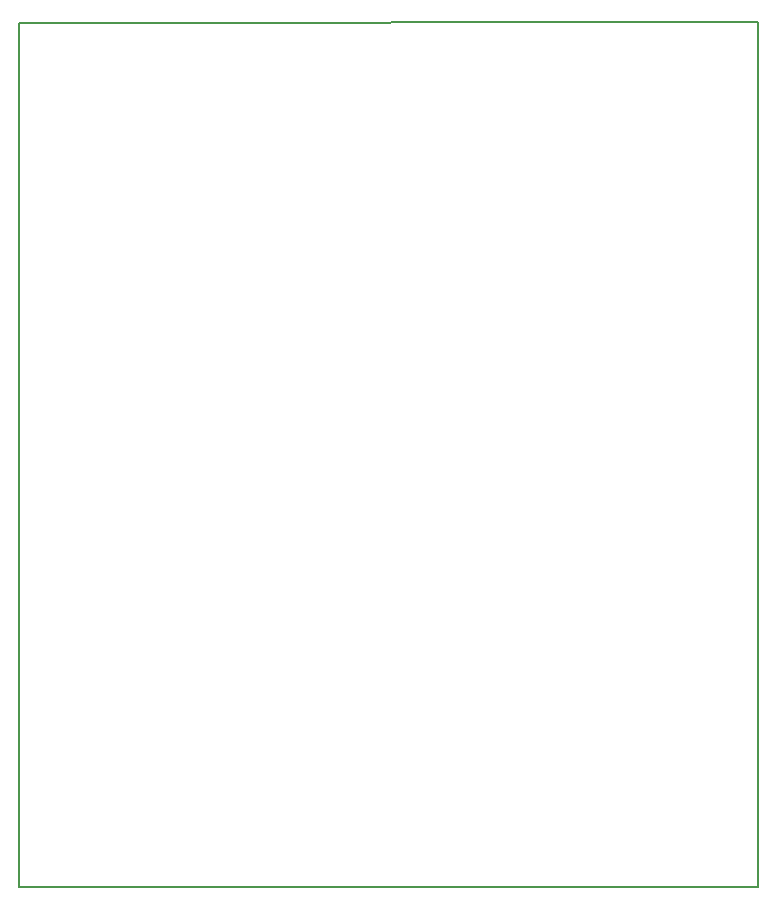
<source format=gbr>
G04 #@! TF.GenerationSoftware,KiCad,Pcbnew,(5.0.0-3-g5ebb6b6)*
G04 #@! TF.CreationDate,2019-01-17T20:41:18+00:00*
G04 #@! TF.ProjectId,Mangler,4D616E676C65722E6B696361645F7063,rev?*
G04 #@! TF.SameCoordinates,Original*
G04 #@! TF.FileFunction,Profile,NP*
%FSLAX46Y46*%
G04 Gerber Fmt 4.6, Leading zero omitted, Abs format (unit mm)*
G04 Created by KiCad (PCBNEW (5.0.0-3-g5ebb6b6)) date Thursday, 17 January 2019 at 20:41:18*
%MOMM*%
%LPD*%
G01*
G04 APERTURE LIST*
%ADD10C,0.150000*%
%ADD11C,0.200000*%
G04 APERTURE END LIST*
D10*
X83000000Y-26950000D02*
X20500000Y-27000000D01*
X83000000Y-100200000D02*
X20500000Y-100200000D01*
D11*
X83000000Y-100200000D02*
X83000000Y-27000000D01*
D10*
X20500000Y-27000000D02*
X20500000Y-100200000D01*
M02*

</source>
